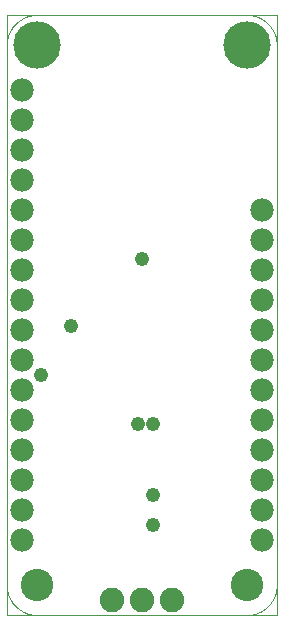
<source format=gbs>
G75*
%MOIN*%
%OFA0B0*%
%FSLAX25Y25*%
%IPPOS*%
%LPD*%
%AMOC8*
5,1,8,0,0,1.08239X$1,22.5*
%
%ADD10C,0.00000*%
%ADD11C,0.08200*%
%ADD12C,0.10800*%
%ADD13C,0.15800*%
%ADD14C,0.07800*%
%ADD15C,0.04762*%
D10*
X0005000Y0004300D02*
X0005000Y0204261D01*
X0094951Y0204261D01*
X0094951Y0004300D01*
X0005000Y0004300D01*
X0005000Y0014300D02*
X0005000Y0194300D01*
X0005003Y0194542D01*
X0005012Y0194783D01*
X0005026Y0195024D01*
X0005047Y0195265D01*
X0005073Y0195505D01*
X0005105Y0195745D01*
X0005143Y0195984D01*
X0005186Y0196221D01*
X0005236Y0196458D01*
X0005291Y0196693D01*
X0005351Y0196927D01*
X0005418Y0197159D01*
X0005489Y0197390D01*
X0005567Y0197619D01*
X0005650Y0197846D01*
X0005738Y0198071D01*
X0005832Y0198294D01*
X0005931Y0198514D01*
X0006036Y0198732D01*
X0006145Y0198947D01*
X0006260Y0199160D01*
X0006380Y0199370D01*
X0006505Y0199576D01*
X0006635Y0199780D01*
X0006770Y0199981D01*
X0006910Y0200178D01*
X0007054Y0200372D01*
X0007203Y0200562D01*
X0007357Y0200748D01*
X0007515Y0200931D01*
X0007677Y0201110D01*
X0007844Y0201285D01*
X0008015Y0201456D01*
X0008190Y0201623D01*
X0008369Y0201785D01*
X0008552Y0201943D01*
X0008738Y0202097D01*
X0008928Y0202246D01*
X0009122Y0202390D01*
X0009319Y0202530D01*
X0009520Y0202665D01*
X0009724Y0202795D01*
X0009930Y0202920D01*
X0010140Y0203040D01*
X0010353Y0203155D01*
X0010568Y0203264D01*
X0010786Y0203369D01*
X0011006Y0203468D01*
X0011229Y0203562D01*
X0011454Y0203650D01*
X0011681Y0203733D01*
X0011910Y0203811D01*
X0012141Y0203882D01*
X0012373Y0203949D01*
X0012607Y0204009D01*
X0012842Y0204064D01*
X0013079Y0204114D01*
X0013316Y0204157D01*
X0013555Y0204195D01*
X0013795Y0204227D01*
X0014035Y0204253D01*
X0014276Y0204274D01*
X0014517Y0204288D01*
X0014758Y0204297D01*
X0015000Y0204300D01*
X0085000Y0204300D01*
X0085242Y0204297D01*
X0085483Y0204288D01*
X0085724Y0204274D01*
X0085965Y0204253D01*
X0086205Y0204227D01*
X0086445Y0204195D01*
X0086684Y0204157D01*
X0086921Y0204114D01*
X0087158Y0204064D01*
X0087393Y0204009D01*
X0087627Y0203949D01*
X0087859Y0203882D01*
X0088090Y0203811D01*
X0088319Y0203733D01*
X0088546Y0203650D01*
X0088771Y0203562D01*
X0088994Y0203468D01*
X0089214Y0203369D01*
X0089432Y0203264D01*
X0089647Y0203155D01*
X0089860Y0203040D01*
X0090070Y0202920D01*
X0090276Y0202795D01*
X0090480Y0202665D01*
X0090681Y0202530D01*
X0090878Y0202390D01*
X0091072Y0202246D01*
X0091262Y0202097D01*
X0091448Y0201943D01*
X0091631Y0201785D01*
X0091810Y0201623D01*
X0091985Y0201456D01*
X0092156Y0201285D01*
X0092323Y0201110D01*
X0092485Y0200931D01*
X0092643Y0200748D01*
X0092797Y0200562D01*
X0092946Y0200372D01*
X0093090Y0200178D01*
X0093230Y0199981D01*
X0093365Y0199780D01*
X0093495Y0199576D01*
X0093620Y0199370D01*
X0093740Y0199160D01*
X0093855Y0198947D01*
X0093964Y0198732D01*
X0094069Y0198514D01*
X0094168Y0198294D01*
X0094262Y0198071D01*
X0094350Y0197846D01*
X0094433Y0197619D01*
X0094511Y0197390D01*
X0094582Y0197159D01*
X0094649Y0196927D01*
X0094709Y0196693D01*
X0094764Y0196458D01*
X0094814Y0196221D01*
X0094857Y0195984D01*
X0094895Y0195745D01*
X0094927Y0195505D01*
X0094953Y0195265D01*
X0094974Y0195024D01*
X0094988Y0194783D01*
X0094997Y0194542D01*
X0095000Y0194300D01*
X0095000Y0014300D01*
X0080000Y0014300D02*
X0080002Y0014441D01*
X0080008Y0014582D01*
X0080018Y0014722D01*
X0080032Y0014862D01*
X0080050Y0015002D01*
X0080071Y0015141D01*
X0080097Y0015280D01*
X0080126Y0015418D01*
X0080160Y0015554D01*
X0080197Y0015690D01*
X0080238Y0015825D01*
X0080283Y0015959D01*
X0080332Y0016091D01*
X0080384Y0016222D01*
X0080440Y0016351D01*
X0080500Y0016478D01*
X0080563Y0016604D01*
X0080629Y0016728D01*
X0080700Y0016851D01*
X0080773Y0016971D01*
X0080850Y0017089D01*
X0080930Y0017205D01*
X0081014Y0017318D01*
X0081100Y0017429D01*
X0081190Y0017538D01*
X0081283Y0017644D01*
X0081378Y0017747D01*
X0081477Y0017848D01*
X0081578Y0017946D01*
X0081682Y0018041D01*
X0081789Y0018133D01*
X0081898Y0018222D01*
X0082010Y0018307D01*
X0082124Y0018390D01*
X0082240Y0018470D01*
X0082359Y0018546D01*
X0082480Y0018618D01*
X0082602Y0018688D01*
X0082727Y0018753D01*
X0082853Y0018816D01*
X0082981Y0018874D01*
X0083111Y0018929D01*
X0083242Y0018981D01*
X0083375Y0019028D01*
X0083509Y0019072D01*
X0083644Y0019113D01*
X0083780Y0019149D01*
X0083917Y0019181D01*
X0084055Y0019210D01*
X0084193Y0019235D01*
X0084333Y0019255D01*
X0084473Y0019272D01*
X0084613Y0019285D01*
X0084754Y0019294D01*
X0084894Y0019299D01*
X0085035Y0019300D01*
X0085176Y0019297D01*
X0085317Y0019290D01*
X0085457Y0019279D01*
X0085597Y0019264D01*
X0085737Y0019245D01*
X0085876Y0019223D01*
X0086014Y0019196D01*
X0086152Y0019166D01*
X0086288Y0019131D01*
X0086424Y0019093D01*
X0086558Y0019051D01*
X0086692Y0019005D01*
X0086824Y0018956D01*
X0086954Y0018902D01*
X0087083Y0018845D01*
X0087210Y0018785D01*
X0087336Y0018721D01*
X0087459Y0018653D01*
X0087581Y0018582D01*
X0087701Y0018508D01*
X0087818Y0018430D01*
X0087933Y0018349D01*
X0088046Y0018265D01*
X0088157Y0018178D01*
X0088265Y0018087D01*
X0088370Y0017994D01*
X0088473Y0017897D01*
X0088573Y0017798D01*
X0088670Y0017696D01*
X0088764Y0017591D01*
X0088855Y0017484D01*
X0088943Y0017374D01*
X0089028Y0017262D01*
X0089110Y0017147D01*
X0089189Y0017030D01*
X0089264Y0016911D01*
X0089336Y0016790D01*
X0089404Y0016667D01*
X0089469Y0016542D01*
X0089531Y0016415D01*
X0089588Y0016286D01*
X0089643Y0016156D01*
X0089693Y0016025D01*
X0089740Y0015892D01*
X0089783Y0015758D01*
X0089822Y0015622D01*
X0089857Y0015486D01*
X0089889Y0015349D01*
X0089916Y0015211D01*
X0089940Y0015072D01*
X0089960Y0014932D01*
X0089976Y0014792D01*
X0089988Y0014652D01*
X0089996Y0014511D01*
X0090000Y0014370D01*
X0090000Y0014230D01*
X0089996Y0014089D01*
X0089988Y0013948D01*
X0089976Y0013808D01*
X0089960Y0013668D01*
X0089940Y0013528D01*
X0089916Y0013389D01*
X0089889Y0013251D01*
X0089857Y0013114D01*
X0089822Y0012978D01*
X0089783Y0012842D01*
X0089740Y0012708D01*
X0089693Y0012575D01*
X0089643Y0012444D01*
X0089588Y0012314D01*
X0089531Y0012185D01*
X0089469Y0012058D01*
X0089404Y0011933D01*
X0089336Y0011810D01*
X0089264Y0011689D01*
X0089189Y0011570D01*
X0089110Y0011453D01*
X0089028Y0011338D01*
X0088943Y0011226D01*
X0088855Y0011116D01*
X0088764Y0011009D01*
X0088670Y0010904D01*
X0088573Y0010802D01*
X0088473Y0010703D01*
X0088370Y0010606D01*
X0088265Y0010513D01*
X0088157Y0010422D01*
X0088046Y0010335D01*
X0087933Y0010251D01*
X0087818Y0010170D01*
X0087701Y0010092D01*
X0087581Y0010018D01*
X0087459Y0009947D01*
X0087336Y0009879D01*
X0087210Y0009815D01*
X0087083Y0009755D01*
X0086954Y0009698D01*
X0086824Y0009644D01*
X0086692Y0009595D01*
X0086558Y0009549D01*
X0086424Y0009507D01*
X0086288Y0009469D01*
X0086152Y0009434D01*
X0086014Y0009404D01*
X0085876Y0009377D01*
X0085737Y0009355D01*
X0085597Y0009336D01*
X0085457Y0009321D01*
X0085317Y0009310D01*
X0085176Y0009303D01*
X0085035Y0009300D01*
X0084894Y0009301D01*
X0084754Y0009306D01*
X0084613Y0009315D01*
X0084473Y0009328D01*
X0084333Y0009345D01*
X0084193Y0009365D01*
X0084055Y0009390D01*
X0083917Y0009419D01*
X0083780Y0009451D01*
X0083644Y0009487D01*
X0083509Y0009528D01*
X0083375Y0009572D01*
X0083242Y0009619D01*
X0083111Y0009671D01*
X0082981Y0009726D01*
X0082853Y0009784D01*
X0082727Y0009847D01*
X0082602Y0009912D01*
X0082480Y0009982D01*
X0082359Y0010054D01*
X0082240Y0010130D01*
X0082124Y0010210D01*
X0082010Y0010293D01*
X0081898Y0010378D01*
X0081789Y0010467D01*
X0081682Y0010559D01*
X0081578Y0010654D01*
X0081477Y0010752D01*
X0081378Y0010853D01*
X0081283Y0010956D01*
X0081190Y0011062D01*
X0081100Y0011171D01*
X0081014Y0011282D01*
X0080930Y0011395D01*
X0080850Y0011511D01*
X0080773Y0011629D01*
X0080700Y0011749D01*
X0080629Y0011872D01*
X0080563Y0011996D01*
X0080500Y0012122D01*
X0080440Y0012249D01*
X0080384Y0012378D01*
X0080332Y0012509D01*
X0080283Y0012641D01*
X0080238Y0012775D01*
X0080197Y0012910D01*
X0080160Y0013046D01*
X0080126Y0013182D01*
X0080097Y0013320D01*
X0080071Y0013459D01*
X0080050Y0013598D01*
X0080032Y0013738D01*
X0080018Y0013878D01*
X0080008Y0014018D01*
X0080002Y0014159D01*
X0080000Y0014300D01*
X0085000Y0004300D02*
X0085242Y0004303D01*
X0085483Y0004312D01*
X0085724Y0004326D01*
X0085965Y0004347D01*
X0086205Y0004373D01*
X0086445Y0004405D01*
X0086684Y0004443D01*
X0086921Y0004486D01*
X0087158Y0004536D01*
X0087393Y0004591D01*
X0087627Y0004651D01*
X0087859Y0004718D01*
X0088090Y0004789D01*
X0088319Y0004867D01*
X0088546Y0004950D01*
X0088771Y0005038D01*
X0088994Y0005132D01*
X0089214Y0005231D01*
X0089432Y0005336D01*
X0089647Y0005445D01*
X0089860Y0005560D01*
X0090070Y0005680D01*
X0090276Y0005805D01*
X0090480Y0005935D01*
X0090681Y0006070D01*
X0090878Y0006210D01*
X0091072Y0006354D01*
X0091262Y0006503D01*
X0091448Y0006657D01*
X0091631Y0006815D01*
X0091810Y0006977D01*
X0091985Y0007144D01*
X0092156Y0007315D01*
X0092323Y0007490D01*
X0092485Y0007669D01*
X0092643Y0007852D01*
X0092797Y0008038D01*
X0092946Y0008228D01*
X0093090Y0008422D01*
X0093230Y0008619D01*
X0093365Y0008820D01*
X0093495Y0009024D01*
X0093620Y0009230D01*
X0093740Y0009440D01*
X0093855Y0009653D01*
X0093964Y0009868D01*
X0094069Y0010086D01*
X0094168Y0010306D01*
X0094262Y0010529D01*
X0094350Y0010754D01*
X0094433Y0010981D01*
X0094511Y0011210D01*
X0094582Y0011441D01*
X0094649Y0011673D01*
X0094709Y0011907D01*
X0094764Y0012142D01*
X0094814Y0012379D01*
X0094857Y0012616D01*
X0094895Y0012855D01*
X0094927Y0013095D01*
X0094953Y0013335D01*
X0094974Y0013576D01*
X0094988Y0013817D01*
X0094997Y0014058D01*
X0095000Y0014300D01*
X0085000Y0004300D02*
X0015000Y0004300D01*
X0010000Y0014300D02*
X0010002Y0014441D01*
X0010008Y0014582D01*
X0010018Y0014722D01*
X0010032Y0014862D01*
X0010050Y0015002D01*
X0010071Y0015141D01*
X0010097Y0015280D01*
X0010126Y0015418D01*
X0010160Y0015554D01*
X0010197Y0015690D01*
X0010238Y0015825D01*
X0010283Y0015959D01*
X0010332Y0016091D01*
X0010384Y0016222D01*
X0010440Y0016351D01*
X0010500Y0016478D01*
X0010563Y0016604D01*
X0010629Y0016728D01*
X0010700Y0016851D01*
X0010773Y0016971D01*
X0010850Y0017089D01*
X0010930Y0017205D01*
X0011014Y0017318D01*
X0011100Y0017429D01*
X0011190Y0017538D01*
X0011283Y0017644D01*
X0011378Y0017747D01*
X0011477Y0017848D01*
X0011578Y0017946D01*
X0011682Y0018041D01*
X0011789Y0018133D01*
X0011898Y0018222D01*
X0012010Y0018307D01*
X0012124Y0018390D01*
X0012240Y0018470D01*
X0012359Y0018546D01*
X0012480Y0018618D01*
X0012602Y0018688D01*
X0012727Y0018753D01*
X0012853Y0018816D01*
X0012981Y0018874D01*
X0013111Y0018929D01*
X0013242Y0018981D01*
X0013375Y0019028D01*
X0013509Y0019072D01*
X0013644Y0019113D01*
X0013780Y0019149D01*
X0013917Y0019181D01*
X0014055Y0019210D01*
X0014193Y0019235D01*
X0014333Y0019255D01*
X0014473Y0019272D01*
X0014613Y0019285D01*
X0014754Y0019294D01*
X0014894Y0019299D01*
X0015035Y0019300D01*
X0015176Y0019297D01*
X0015317Y0019290D01*
X0015457Y0019279D01*
X0015597Y0019264D01*
X0015737Y0019245D01*
X0015876Y0019223D01*
X0016014Y0019196D01*
X0016152Y0019166D01*
X0016288Y0019131D01*
X0016424Y0019093D01*
X0016558Y0019051D01*
X0016692Y0019005D01*
X0016824Y0018956D01*
X0016954Y0018902D01*
X0017083Y0018845D01*
X0017210Y0018785D01*
X0017336Y0018721D01*
X0017459Y0018653D01*
X0017581Y0018582D01*
X0017701Y0018508D01*
X0017818Y0018430D01*
X0017933Y0018349D01*
X0018046Y0018265D01*
X0018157Y0018178D01*
X0018265Y0018087D01*
X0018370Y0017994D01*
X0018473Y0017897D01*
X0018573Y0017798D01*
X0018670Y0017696D01*
X0018764Y0017591D01*
X0018855Y0017484D01*
X0018943Y0017374D01*
X0019028Y0017262D01*
X0019110Y0017147D01*
X0019189Y0017030D01*
X0019264Y0016911D01*
X0019336Y0016790D01*
X0019404Y0016667D01*
X0019469Y0016542D01*
X0019531Y0016415D01*
X0019588Y0016286D01*
X0019643Y0016156D01*
X0019693Y0016025D01*
X0019740Y0015892D01*
X0019783Y0015758D01*
X0019822Y0015622D01*
X0019857Y0015486D01*
X0019889Y0015349D01*
X0019916Y0015211D01*
X0019940Y0015072D01*
X0019960Y0014932D01*
X0019976Y0014792D01*
X0019988Y0014652D01*
X0019996Y0014511D01*
X0020000Y0014370D01*
X0020000Y0014230D01*
X0019996Y0014089D01*
X0019988Y0013948D01*
X0019976Y0013808D01*
X0019960Y0013668D01*
X0019940Y0013528D01*
X0019916Y0013389D01*
X0019889Y0013251D01*
X0019857Y0013114D01*
X0019822Y0012978D01*
X0019783Y0012842D01*
X0019740Y0012708D01*
X0019693Y0012575D01*
X0019643Y0012444D01*
X0019588Y0012314D01*
X0019531Y0012185D01*
X0019469Y0012058D01*
X0019404Y0011933D01*
X0019336Y0011810D01*
X0019264Y0011689D01*
X0019189Y0011570D01*
X0019110Y0011453D01*
X0019028Y0011338D01*
X0018943Y0011226D01*
X0018855Y0011116D01*
X0018764Y0011009D01*
X0018670Y0010904D01*
X0018573Y0010802D01*
X0018473Y0010703D01*
X0018370Y0010606D01*
X0018265Y0010513D01*
X0018157Y0010422D01*
X0018046Y0010335D01*
X0017933Y0010251D01*
X0017818Y0010170D01*
X0017701Y0010092D01*
X0017581Y0010018D01*
X0017459Y0009947D01*
X0017336Y0009879D01*
X0017210Y0009815D01*
X0017083Y0009755D01*
X0016954Y0009698D01*
X0016824Y0009644D01*
X0016692Y0009595D01*
X0016558Y0009549D01*
X0016424Y0009507D01*
X0016288Y0009469D01*
X0016152Y0009434D01*
X0016014Y0009404D01*
X0015876Y0009377D01*
X0015737Y0009355D01*
X0015597Y0009336D01*
X0015457Y0009321D01*
X0015317Y0009310D01*
X0015176Y0009303D01*
X0015035Y0009300D01*
X0014894Y0009301D01*
X0014754Y0009306D01*
X0014613Y0009315D01*
X0014473Y0009328D01*
X0014333Y0009345D01*
X0014193Y0009365D01*
X0014055Y0009390D01*
X0013917Y0009419D01*
X0013780Y0009451D01*
X0013644Y0009487D01*
X0013509Y0009528D01*
X0013375Y0009572D01*
X0013242Y0009619D01*
X0013111Y0009671D01*
X0012981Y0009726D01*
X0012853Y0009784D01*
X0012727Y0009847D01*
X0012602Y0009912D01*
X0012480Y0009982D01*
X0012359Y0010054D01*
X0012240Y0010130D01*
X0012124Y0010210D01*
X0012010Y0010293D01*
X0011898Y0010378D01*
X0011789Y0010467D01*
X0011682Y0010559D01*
X0011578Y0010654D01*
X0011477Y0010752D01*
X0011378Y0010853D01*
X0011283Y0010956D01*
X0011190Y0011062D01*
X0011100Y0011171D01*
X0011014Y0011282D01*
X0010930Y0011395D01*
X0010850Y0011511D01*
X0010773Y0011629D01*
X0010700Y0011749D01*
X0010629Y0011872D01*
X0010563Y0011996D01*
X0010500Y0012122D01*
X0010440Y0012249D01*
X0010384Y0012378D01*
X0010332Y0012509D01*
X0010283Y0012641D01*
X0010238Y0012775D01*
X0010197Y0012910D01*
X0010160Y0013046D01*
X0010126Y0013182D01*
X0010097Y0013320D01*
X0010071Y0013459D01*
X0010050Y0013598D01*
X0010032Y0013738D01*
X0010018Y0013878D01*
X0010008Y0014018D01*
X0010002Y0014159D01*
X0010000Y0014300D01*
X0005000Y0014300D02*
X0005003Y0014058D01*
X0005012Y0013817D01*
X0005026Y0013576D01*
X0005047Y0013335D01*
X0005073Y0013095D01*
X0005105Y0012855D01*
X0005143Y0012616D01*
X0005186Y0012379D01*
X0005236Y0012142D01*
X0005291Y0011907D01*
X0005351Y0011673D01*
X0005418Y0011441D01*
X0005489Y0011210D01*
X0005567Y0010981D01*
X0005650Y0010754D01*
X0005738Y0010529D01*
X0005832Y0010306D01*
X0005931Y0010086D01*
X0006036Y0009868D01*
X0006145Y0009653D01*
X0006260Y0009440D01*
X0006380Y0009230D01*
X0006505Y0009024D01*
X0006635Y0008820D01*
X0006770Y0008619D01*
X0006910Y0008422D01*
X0007054Y0008228D01*
X0007203Y0008038D01*
X0007357Y0007852D01*
X0007515Y0007669D01*
X0007677Y0007490D01*
X0007844Y0007315D01*
X0008015Y0007144D01*
X0008190Y0006977D01*
X0008369Y0006815D01*
X0008552Y0006657D01*
X0008738Y0006503D01*
X0008928Y0006354D01*
X0009122Y0006210D01*
X0009319Y0006070D01*
X0009520Y0005935D01*
X0009724Y0005805D01*
X0009930Y0005680D01*
X0010140Y0005560D01*
X0010353Y0005445D01*
X0010568Y0005336D01*
X0010786Y0005231D01*
X0011006Y0005132D01*
X0011229Y0005038D01*
X0011454Y0004950D01*
X0011681Y0004867D01*
X0011910Y0004789D01*
X0012141Y0004718D01*
X0012373Y0004651D01*
X0012607Y0004591D01*
X0012842Y0004536D01*
X0013079Y0004486D01*
X0013316Y0004443D01*
X0013555Y0004405D01*
X0013795Y0004373D01*
X0014035Y0004347D01*
X0014276Y0004326D01*
X0014517Y0004312D01*
X0014758Y0004303D01*
X0015000Y0004300D01*
D11*
X0040000Y0009300D03*
X0050000Y0009300D03*
X0060000Y0009300D03*
D12*
X0085000Y0014300D03*
X0015000Y0014300D03*
D13*
X0015000Y0194300D03*
X0085000Y0194300D03*
D14*
X0090000Y0139300D03*
X0090000Y0129300D03*
X0090000Y0119300D03*
X0090000Y0109300D03*
X0090000Y0099300D03*
X0090000Y0089300D03*
X0090000Y0079300D03*
X0090000Y0069300D03*
X0090000Y0059300D03*
X0090000Y0049300D03*
X0090000Y0039300D03*
X0090000Y0029300D03*
X0010000Y0029300D03*
X0010000Y0039300D03*
X0010000Y0049300D03*
X0010000Y0059300D03*
X0010000Y0069300D03*
X0010000Y0079300D03*
X0010000Y0089300D03*
X0010000Y0099300D03*
X0010000Y0109300D03*
X0010000Y0119300D03*
X0010000Y0129300D03*
X0010000Y0139300D03*
X0010000Y0149300D03*
X0010000Y0159300D03*
X0010000Y0169300D03*
X0010000Y0179300D03*
D15*
X0026250Y0100550D03*
X0016250Y0084300D03*
X0048750Y0068050D03*
X0053750Y0068050D03*
X0053750Y0044300D03*
X0053750Y0034300D03*
X0050000Y0123050D03*
M02*

</source>
